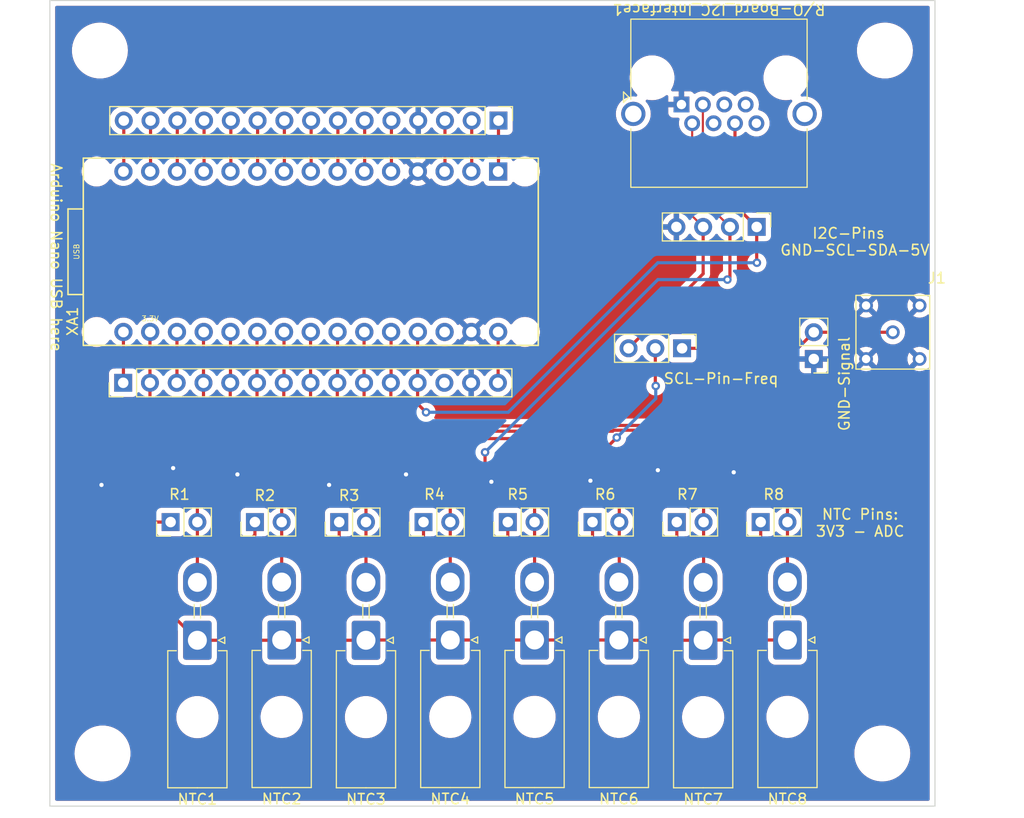
<source format=kicad_pcb>
(kicad_pcb (version 20211014) (generator pcbnew)
  (layers (0 "F.Cu" signal) (31 "B.Cu" signal) (34 "B.Paste" user) (35 "F.Paste" user) (36 "B.SilkS" user "B.Silkscreen") (37 "F.SilkS" user "F.Silkscreen") (38 "B.Mask" user) (39 "F.Mask" user) (44 "Edge.Cuts" user))
  (net 0 "")
  (net 1 "D13")
  (net 2 "3V3_Ard")
  (net 3 "AREF")
  (net 4 "A0")
  (net 5 "A1")
  (net 6 "A2")
  (net 7 "A3")
  (net 8 "A5")
  (net 9 "A6")
  (net 10 "A7")
  (net 11 "5V_Ard")
  (net 12 "GND")
  (net 13 "Vin_Ard")
  (net 14 "TX1")
  (net 15 "RX0")
  (net 16 "RST1")
  (net 17 "D2")
  (net 18 "D3")
  (net 19 "D4")
  (net 20 "D5")
  (net 21 "D6")
  (net 22 "D7")
  (net 23 "D8")
  (net 24 "D9")
  (net 25 "D10")
  (net 26 "D11")
  (net 27 "D12")
  (net 28 "SCL")
  (net 29 "A4")
  (net 30 "Freq")
  (footprint "Connector_RJ:RJ45_Amphenol_RJHSE5380" (layer "F.Cu") (at 149.94 50.875)
    (fp_text reference "R/O-Board_I2C_Interface1" (at 3.56 -9.025 180 unlocked) (layer "F.SilkS"))
    (fp_text value "RJ45")
    (pad "" np_thru_hole circle (at -2.79 -2.54) (size 3.25 3.25) (drill 3.25) (layers *.Cu *.Mask))
    (pad "" np_thru_hole circle (at 9.91 -2.54) (size 3.25 3.25) (drill 3.25) (layers *.Cu *.Mask))
    (pad "1" thru_hole rect (at 0 0) (size 1.5 1.5) (drill 0.89) (layers *.Cu *.Mask) (net 12 "GND"))
    (pad "2" thru_hole circle (at 1.016 1.78) (size 1.5 1.5) (drill 0.89) (layers *.Cu *.Mask) (net 28 "SCL"))
    (pad "3" thru_hole circle (at 2.032 0) (size 1.5 1.5) (drill 0.89) (layers *.Cu *.Mask) (net 29 "A4"))
    (pad "4" thru_hole circle (at 3.048 1.78) (size 1.5 1.5) (drill 0.89) (layers *.Cu *.Mask))
    (pad "5" thru_hole circle (at 4.064 0) (size 1.5 1.5) (drill 0.89) (layers *.Cu *.Mask))
    (pad "6" thru_hole circle (at 5.08 1.78) (size 1.5 1.5) (drill 0.89) (layers *.Cu *.Mask) (net 11 "5V_Ard"))
    (pad "7" thru_hole circle (at 6.096 0) (size 1.5 1.5) (drill 0.89) (layers *.Cu *.Mask))
    (pad "8" thru_hole circle (at 7.112 1.78) (size 1.5 1.5) (drill 0.89) (layers *.Cu *.Mask))
    (pad "SH" thru_hole circle (at 11.69 0.89) (size 2.3 2.3) (drill 1.57) (layers *.Cu *.Mask))
    (pad "SH" thru_hole circle (at -4.57 0.89) (size 2.3 2.3) (drill 1.57) (layers *.Cu *.Mask))
  )
  (footprint "MountingHole:MountingHole_4.3mm_M4" (layer "F.Cu") (at 95 112.5)
    (fp_text reference "REF**" hide)
    (fp_text value "MountingHole_4.3mm_M4")
    (pad "" np_thru_hole circle (at 0 0) (size 4.3 4.3) (drill 4.3) (layers *.Cu *.Mask))
  )
  (footprint "Resistor_SMD:R_0201_0603Metric" (layer "F.Cu") (at 127.655 86.525 180)
    (fp_text reference "R4" (at 1.155 -1.375) (layer "F.SilkS"))
    (fp_text value "10k")
    (pad "1" smd roundrect (at -0.32 0 180) (size 0.46 0.4) (layers "F.Cu" "F.Mask") (net 7 "A3"))
    (pad "2" smd roundrect (at 0.32 0 180) (size 0.46 0.4) (layers "F.Cu" "F.Mask") (net 12 "GND"))
  )
  (footprint "Connector_PinHeader_2.54mm:PinHeader_1x02_P2.54mm_Vertical" (layer "F.Cu") (at 149.5 90.525 90)
    (fp_text reference "NTC6-Pin1" hide)
    (fp_text value "Pin-Header 01x02")
    (pad "1" thru_hole rect (at 0 0 90) (size 1.7 1.7) (drill 1) (layers *.Cu *.Mask) (net 2 "3V3_Ard"))
    (pad "2" thru_hole oval (at 0 2.54 90) (size 1.7 1.7) (drill 1) (layers *.Cu *.Mask) (net 9 "A6"))
  )
  (footprint "Connector_PinHeader_2.54mm:PinHeader_1x03_P2.54mm_Vertical" (layer "F.Cu") (at 150 74.025 -90)
    (fp_text reference "SCL-Pin-Freq" (at 2.875 -3.7 180) (layer "F.SilkS"))
    (fp_text value "Conn_01x03_Male")
    (pad "1" thru_hole rect (at 0 0 270) (size 1.7 1.7) (drill 1) (layers *.Cu *.Mask) (net 30 "Freq"))
    (pad "2" thru_hole oval (at 0 2.54 270) (size 1.7 1.7) (drill 1) (layers *.Cu *.Mask) (net 8 "A5"))
    (pad "3" thru_hole oval (at 0 5.08 270) (size 1.7 1.7) (drill 1) (layers *.Cu *.Mask) (net 28 "SCL"))
  )
  (footprint "Resistor_SMD:R_0201_0603Metric" (layer "F.Cu") (at 119.655 86.525 180)
    (fp_text reference "R3" (at 1.255 -1.475) (layer "F.SilkS"))
    (fp_text value "10k")
    (pad "1" smd roundrect (at -0.32 0 180) (size 0.46 0.4) (layers "F.Cu" "F.Mask") (net 6 "A2"))
    (pad "2" smd roundrect (at 0.32 0 180) (size 0.46 0.4) (layers "F.Cu" "F.Mask") (net 12 "GND"))
  )
  (footprint "Connector_PinHeader_2.54mm:PinHeader_1x04_P2.54mm_Vertical" (layer "F.Cu") (at 157.08 62.5 -90)
    (fp_text reference "I2C-Pins" (at 0.6 -8.72 180) (layer "F.SilkS"))
    (fp_text value "Conn_01x04_Male")
    (pad "1" thru_hole rect (at 0 0 270) (size 1.7 1.7) (drill 1) (layers *.Cu *.Mask) (net 11 "5V_Ard"))
    (pad "2" thru_hole oval (at 0 2.54 270) (size 1.7 1.7) (drill 1) (layers *.Cu *.Mask) (net 29 "A4"))
    (pad "3" thru_hole oval (at 0 5.08 270) (size 1.7 1.7) (drill 1) (layers *.Cu *.Mask) (net 28 "SCL"))
    (pad "4" thru_hole oval (at 0 7.62 270) (size 1.7 1.7) (drill 1) (layers *.Cu *.Mask) (net 12 "GND"))
  )
  (footprint "Connector_PinHeader_2.54mm:PinHeader_1x02_P2.54mm_Vertical" (layer "F.Cu") (at 162.5 75.04 180)
    (fp_text reference "GND-Signal" (at -2.9 -2.36 270) (layer "F.SilkS"))
    (fp_text value "Conn_01x02")
    (pad "1" thru_hole rect (at 0 0 180) (size 1.7 1.7) (drill 1) (layers *.Cu *.Mask) (net 12 "GND"))
    (pad "2" thru_hole oval (at 0 2.54 180) (size 1.7 1.7) (drill 1) (layers *.Cu *.Mask) (net 30 "Freq"))
  )
  (footprint "Connector_PinHeader_2.54mm:PinHeader_1x15_P2.54mm_Vertical" (layer "F.Cu") (at 132.575 52.4 -90)
    (fp_text reference "Topside Pins Arduino" hide)
    (fp_text value "Conn_01x15_Male")
    (pad "1" thru_hole rect (at 0 0 270) (size 1.7 1.7) (drill 1) (layers *.Cu *.Mask) (net 15 "RX0"))
    (pad "2" thru_hole oval (at 0 2.54 270) (size 1.7 1.7) (drill 1) (layers *.Cu *.Mask) (net 14 "TX1"))
    (pad "3" thru_hole oval (at 0 5.08 270) (size 1.7 1.7) (drill 1) (layers *.Cu *.Mask) (net 16 "RST1"))
    (pad "4" thru_hole oval (at 0 7.62 270) (size 1.7 1.7) (drill 1) (layers *.Cu *.Mask) (net 12 "GND"))
    (pad "5" thru_hole oval (at 0 10.16 270) (size 1.7 1.7) (drill 1) (layers *.Cu *.Mask) (net 17 "D2"))
    (pad "6" thru_hole oval (at 0 12.7 270) (size 1.7 1.7) (drill 1) (layers *.Cu *.Mask) (net 18 "D3"))
    (pad "7" thru_hole oval (at 0 15.24 270) (size 1.7 1.7) (drill 1) (layers *.Cu *.Mask) (net 19 "D4"))
    (pad "8" thru_hole oval (at 0 17.78 270) (size 1.7 1.7) (drill 1) (layers *.Cu *.Mask) (net 20 "D5"))
    (pad "9" thru_hole oval (at 0 20.32 270) (size 1.7 1.7) (drill 1) (layers *.Cu *.Mask) (net 21 "D6"))
    (pad "10" thru_hole oval (at 0 22.86 270) (size 1.7 1.7) (drill 1) (layers *.Cu *.Mask) (net 22 "D7"))
    (pad "11" thru_hole oval (at 0 25.4 270) (size 1.7 1.7) (drill 1) (layers *.Cu *.Mask) (net 23 "D8"))
    (pad "12" thru_hole oval (at 0 27.94 270) (size 1.7 1.7) (drill 1) (layers *.Cu *.Mask) (net 24 "D9"))
    (pad "13" thru_hole oval (at 0 30.48 270) (size 1.7 1.7) (drill 1) (layers *.Cu *.Mask) (net 25 "D10"))
    (pad "14" thru_hole oval (at 0 33.02 270) (size 1.7 1.7) (drill 1) (layers *.Cu *.Mask) (net 26 "D11"))
    (pad "15" thru_hole oval (at 0 35.56 270) (size 1.7 1.7) (drill 1) (layers *.Cu *.Mask) (net 27 "D12"))
  )
  (footprint "Resistor_SMD:R_0201_0603Metric" (layer "F.Cu") (at 151.7 86.525 180)
    (fp_text reference "R7" (at 1.2 -1.375) (layer "F.SilkS"))
    (fp_text value "10k")
    (pad "1" smd roundrect (at -0.32 0 180) (size 0.46 0.4) (layers "F.Cu" "F.Mask") (net 9 "A6"))
    (pad "2" smd roundrect (at 0.32 0 180) (size 0.46 0.4) (layers "F.Cu" "F.Mask") (net 12 "GND"))
  )
  (footprint "Resistor_SMD:R_0201_0603Metric" (layer "F.Cu") (at 103.68 86.525 180)
    (fp_text reference "R1" (at 1.38 -1.375) (layer "F.SilkS"))
    (fp_text value "10k")
    (pad "1" smd roundrect (at -0.32 0 180) (size 0.46 0.4) (layers "F.Cu" "F.Mask") (net 4 "A0"))
    (pad "2" smd roundrect (at 0.32 0 180) (size 0.46 0.4) (layers "F.Cu" "F.Mask") (net 12 "GND"))
  )
  (footprint "Connector_Molex:Molex_Mini-Fit_Jr_5569-02A2_2x01_P4.20mm_Horizontal" (layer "F.Cu") (at 144 101.725 180)
    (fp_text reference "NTC6" (at 0 -15.1) (layer "F.SilkS"))
    (fp_text value "Molex01x02")
    (pad "" np_thru_hole circle (at 0 -7.3 180) (size 3 3) (drill 3) (layers *.Cu *.Mask))
    (pad "1" thru_hole roundrect (at 0 0 180) (size 2.7 3.7) (drill 1.8) (layers *.Cu *.Mask) (roundrect_rratio 0.092593) (net 2 "3V3_Ard"))
    (pad "2" thru_hole oval (at 0 5.5 180) (size 2.7 3.7) (drill 1.8) (layers *.Cu *.Mask) (net 8 "A5"))
  )
  (footprint "Resistor_SMD:R_0201_0603Metric" (layer "F.Cu") (at 135.655 86.525 180)
    (fp_text reference "R5" (at 1.255 -1.375) (layer "F.SilkS"))
    (fp_text value "10k")
    (pad "1" smd roundrect (at -0.32 0 180) (size 0.46 0.4) (layers "F.Cu" "F.Mask") (net 29 "A4"))
    (pad "2" smd roundrect (at 0.32 0 180) (size 0.46 0.4) (layers "F.Cu" "F.Mask") (net 12 "GND"))
  )
  (footprint "OwnFootprints:EPL.00.250.NTN" (layer "F.Cu") (at 170 72.5)
    (fp_text reference "J1" (at 4.180225 -5.141435) (layer "F.SilkS") (effects (font (size 1.001252 1.001252))))
    (fp_text value "LEMO2")
    (pad "1" thru_hole circle locked (at 0 0) (size 1.3 1.3) (drill 0.8) (layers *.Cu *.Mask) (net 30 "Freq"))
    (pad "S1" thru_hole circle locked (at -2.54 -2.54) (size 1.3 1.3) (drill 0.8) (layers *.Cu *.Mask) (net 12 "GND"))
    (pad "S2" thru_hole circle locked (at -2.54 2.54) (size 1.3 1.3) (drill 0.8) (layers *.Cu *.Mask) (net 12 "GND"))
    (pad "S3" thru_hole circle locked (at 2.54 2.54) (size 1.3 1.3) (drill 0.8) (layers *.Cu *.Mask) (net 12 "GND"))
    (pad "S4" thru_hole circle locked (at 2.54 -2.54) (size 1.3 1.3) (drill 0.8) (layers *.Cu *.Mask) (net 12 "GND"))
  )
  (footprint "Connector_PinHeader_2.54mm:PinHeader_1x02_P2.54mm_Vertical" (layer "F.Cu") (at 157.46 90.525 90)
    (fp_text reference "NTC7-Pin1" hide)
    (fp_text value "Pin-Header 01x02")
    (pad "1" thru_hole rect (at 0 0 90) (size 1.7 1.7) (drill 1) (layers *.Cu *.Mask) (net 2 "3V3_Ard"))
    (pad "2" thru_hole oval (at 0 2.54 90) (size 1.7 1.7) (drill 1) (layers *.Cu *.Mask) (net 10 "A7"))
  )
  (footprint "Shields:Arduino_Nano_Socket" (layer "F.Cu") (at 93.172 64.856 -90)
    (fp_text reference "XA1" (at 6.604 1.016 90) (layer "F.SilkS"))
    (fp_text value "Arduino_Nano_Socket")
    (fp_text user "3.3V" (at 6.35 -6.35) (layer "F.SilkS") (effects (font (size 0.5 0.5) (thickness 0.075))))
    (fp_text user "USB" (at 0 0.635 90) (layer "F.SilkS") (effects (font (size 0.5 0.5) (thickness 0.075))))
    (pad "" np_thru_hole circle locked (at -7.62 -1.27 270) (size 1.85 1.85) (drill 1.85) (layers *.Cu *.Mask))
    (pad "" np_thru_hole circle locked (at -7.62 -41.91 270) (size 1.85 1.85) (drill 1.85) (layers *.Cu *.Mask))
    (pad "" np_thru_hole circle locked (at 7.62 -41.91 270) (size 1.85 1.85) (drill 1.85) (layers *.Cu *.Mask))
    (pad "" np_thru_hole circle locked (at 7.62 -1.27 270) (size 1.85 1.85) (drill 1.85) (layers *.Cu *.Mask))
    (pad "3V3" thru_hole circle locked (at 7.62 -6.35 270) (size 1.7272 1.7272) (drill 1.016) (layers *.Cu *.Mask) (net 2 "3V3_Ard"))
    (pad "5V" thru_hole circle locked (at 7.62 -31.75 270) (size 1.7272 1.7272) (drill 1.016) (layers *.Cu *.Mask) (net 11 "5V_Ard"))
    (pad "A0" thru_hole circle locked (at 7.62 -11.43 270) (size 1.7272 1.7272) (drill 1.016) (layers *.Cu *.Mask) (net 4 "A0"))
    (pad "A1" thru_hole circle locked (at 7.62 -13.97 270) (size 1.7272 1.7272) (drill 1.016) (layers *.Cu *.Mask) (net 5 "A1"))
    (pad "A2" thru_hole circle locked (at 7.62 -16.51 270) (size 1.7272 1.7272) (drill 1.016) (layers *.Cu *.Mask) (net 6 "A2"))
    (pad "A3" thru_hole circle locked (at 7.62 -19.05 270) (size 1.7272 1.7272) (drill 1.016) (layers *.Cu *.Mask) (net 7 "A3"))
    (pad "A4" thru_hole circle locked (at 7.62 -21.59 270) (size 1.7272 1.7272) (drill 1.016) (layers *.Cu *.Mask) (net 29 "A4"))
    (pad "A5" thru_hole circle locked (at 7.62 -24.13 270) (size 1.7272 1.7272) (drill 1.016) (layers *.Cu *.Mask) (net 8 "A5"))
    (pad "A6" thru_hole circle locked (at 7.62 -26.67 270) (size 1.7272 1.7272) (drill 1.016) (layers *.Cu *.Mask) (net 9 "A6"))
    (pad "A7" thru_hole circle locked (at 7.62 -29.21 270) (size 1.7272 1.7272) (drill 1.016) (layers *.Cu *.Mask) (net 10 "A7"))
    (pad "AREF" thru_hole circle locked (at 7.62 -8.89 270) (size 1.7272 1.7272) (drill 1.016) (layers *.Cu *.Mask) (net 3 "AREF"))
    (pad "D0" thru_hole circle locked (at -7.62 -36.83 270) (size 1.7272 1.7272) (drill 1.016) (layers *.Cu *.Mask) (net 14 "TX1"))
    (pad "D1" thru_hole rect locked (at -7.62 -39.37 270) (size 1.7272 1.7272) (drill 1.016) (layers *.Cu *.Mask) (net 15 "RX0"))
    (pad "D2" thru_hole circle locked (at -7.62 -29.21 270) (size 1.7272 1.7272) (drill 1.016) (layers *.Cu *.Mask) (net 17 "D2"))
    (pad "D3" thru_hole circle locked (at -7.62 -26.67 270) (size 1.7272 1.7272) (drill 1.016) (layers *.Cu *.Mask) (net 18 "D3"))
    (pad "D4" thru_hole circle locked (at -7.62 -24.13 270) (size 1.7272 1.7272) (drill 1.016) (layers *.Cu *.Mask) (net 19 "D4"))
    (pad "D5" thru_hole circle locked (at -7.62 -21.59 270) (size 1.7272 1.7272) (drill 1.016) (layers *.Cu *.Mask) (net 20 "D5"))
    (pad "D6" thru_hole circle locked (at -7.62 -19.05 270) (size 1.7272 1.7272) (drill 1.016) (layers *.Cu *.Mask) (net 21 "D6"))
    (pad "D7" thru_hole circle locked (at -7.62 -16.51 270) (size 1.7272 1.7272) (drill 1.016) (layers *.Cu *.Mask) (net 22 "D7"))
    (pad "D8" thru_hole circle locked (at -7.62 -13.97 270) (size 1.7272 1.7272) (drill 1.016) (layers *.Cu *.Mask) (net 23 "D8"))
    (pad "D9" thru_hole circle locked (at -7.62 -11.43 270) (size 1.7272 1.7272) (drill 1.016) (layers *.Cu *.Mask) (net 24 "D9"))
    (pad "D10" thru_hole circle locked (at -7.62 -8.89 270) (size 1.7272 1.7272) (drill 1.016) (layers *.Cu *.Mask) (net 25 "D10"))
    (pad "D11" thru_hole circle locked (at -7.62 -6.35 270) (size 1.7272 1.7272) (drill 1.016) (layers *.Cu *.Mask) (net 26 "D11"))
    (pad "D12" thru_hole circle locked (at -7.62 -3.81 270) (size 1.7272 1.7272) (drill 1.016) (layers *.Cu *.Mask) (net 27 "D12"))
    (pad "D13" thru_hole circle locked (at 7.62 -3.81 270) (size 1.7272 1.7272) (drill 1.016) (layers *.Cu *.Mask) (net 1 "D13"))
    (pad "GND1" thru_hole circle locked (at -7.62 -31.75 270) (size 1.7272 1.7272) (drill 1.016) (layers *.Cu *.Mask) (net 12 "GND"))
    (pad "GND2" thru_hole circle locked (at 7.62 -36.83 270) (size 1.7272 1.7272) (drill 1.016) (layers *.Cu *.Mask) (net 12 "GND"))
    (pad "RST1" thru_hole circle locked (at -7.62 -34.29 270) (size 1.7272 1.7272) (drill 1.016) (layers *.Cu *.Mask) (net 16 "RST1"))
    (pad "RST2" thru_hole circle locked (at 7.62 -34.29 270) (size 1.7272 1.7272) (drill 1.016) (layers *.Cu *.Mask))
    (pad "VIN" thru_hole circle locked (at 7.62 -39.37 270) (size 1.7272 1.7272) (drill 1.016) (layers *.Cu *.Mask) (net 13 "Vin_Ard"))
  )
  (footprint "Connector_Molex:Molex_Mini-Fit_Jr_5569-02A2_2x01_P4.20mm_Horizontal" (layer "F.Cu") (at 104 101.75 180)
    (fp_text reference "NTC1" (at 0 -15.1) (layer "F.SilkS"))
    (fp_text value "Molex01x02")
    (pad "" np_thru_hole circle (at 0 -7.3 180) (size 3 3) (drill 3) (layers *.Cu *.Mask))
    (pad "1" thru_hole roundrect (at 0 0 180) (size 2.7 3.7) (drill 1.8) (layers *.Cu *.Mask) (roundrect_rratio 0.092593) (net 2 "3V3_Ard"))
    (pad "2" thru_hole oval (at 0 5.5 180) (size 2.7 3.7) (drill 1.8) (layers *.Cu *.Mask) (net 4 "A0"))
  )
  (footprint "MountingHole:MountingHole_4.3mm_M4" (layer "F.Cu") (at 94.75 45.75)
    (fp_text reference "REF**" hide)
    (fp_text value "MountingHole_4.3mm_M4")
    (pad "" np_thru_hole circle (at 0 0) (size 4.3 4.3) (drill 4.3) (layers *.Cu *.Mask))
  )
  (footprint "Connector_PinHeader_2.54mm:PinHeader_1x02_P2.54mm_Vertical" (layer "F.Cu") (at 125.46 90.525 90)
    (fp_text reference "NTC3-Pin1" hide)
    (fp_text value "Pin-Header 01x02")
    (pad "1" thru_hole rect (at 0 0 90) (size 1.7 1.7) (drill 1) (layers *.Cu *.Mask) (net 2 "3V3_Ard"))
    (pad "2" thru_hole oval (at 0 2.54 90) (size 1.7 1.7) (drill 1) (layers *.Cu *.Mask) (net 7 "A3"))
  )
  (footprint "Connector_Molex:Molex_Mini-Fit_Jr_5569-02A2_2x01_P4.20mm_Horizontal" (layer "F.Cu") (at 152 101.75 180)
    (fp_text reference "NTC7" (at 0 -15.1) (layer "F.SilkS"))
    (fp_text value "Molex01x02")
    (pad "" np_thru_hole circle (at 0 -7.3 180) (size 3 3) (drill 3) (layers *.Cu *.Mask))
    (pad "1" thru_hole roundrect (at 0 0 180) (size 2.7 3.7) (drill 1.8) (layers *.Cu *.Mask) (roundrect_rratio 0.092593) (net 2 "3V3_Ard"))
    (pad "2" thru_hole oval (at 0 5.5 180) (size 2.7 3.7) (drill 1.8) (layers *.Cu *.Mask) (net 9 "A6"))
  )
  (footprint "MountingHole:MountingHole_4.3mm_M4" (layer "F.Cu") (at 169.25 45.75)
    (fp_text reference "REF**" hide)
    (fp_text value "MountingHole_4.3mm_M4")
    (pad "" np_thru_hole circle (at 0 0) (size 4.3 4.3) (drill 4.3) (layers *.Cu *.Mask))
  )
  (footprint "MountingHole:MountingHole_4.3mm_M4" (layer "F.Cu") (at 169 112.5)
    (fp_text reference "REF**" hide)
    (fp_text value "MountingHole_4.3mm_M4")
    (pad "" np_thru_hole circle (at 0 0) (size 4.3 4.3) (drill 4.3) (layers *.Cu *.Mask))
  )
  (footprint "Resistor_SMD:R_0201_0603Metric" (layer "F.Cu") (at 111.68 86.525 180)
    (fp_text reference "R2" (at 1.28 -1.475) (layer "F.SilkS"))
    (fp_text value "10k")
    (pad "1" smd roundrect (at -0.32 0 180) (size 0.46 0.4) (layers "F.Cu" "F.Mask") (net 5 "A1"))
    (pad "2" smd roundrect (at 0.32 0 180) (size 0.46 0.4) (layers "F.Cu" "F.Mask") (net 12 "GND"))
  )
  (footprint "Connector_Molex:Molex_Mini-Fit_Jr_5569-02A2_2x01_P4.20mm_Horizontal" (layer "F.Cu") (at 136 101.725 180)
    (fp_text reference "NTC5" (at 0 -15.1) (layer "F.SilkS"))
    (fp_text value "Molex01x02")
    (pad "" np_thru_hole circle (at 0 -7.3 180) (size 3 3) (drill 3) (layers *.Cu *.Mask))
    (pad "1" thru_hole roundrect (at 0 0 180) (size 2.7 3.7) (drill 1.8) (layers *.Cu *.Mask) (roundrect_rratio 0.092593) (net 2 "3V3_Ard"))
    (pad "2" thru_hole oval (at 0 5.5 180) (size 2.7 3.7) (drill 1.8) (layers *.Cu *.Mask) (net 29 "A4"))
  )
  (footprint "Connector_Molex:Molex_Mini-Fit_Jr_5569-02A2_2x01_P4.20mm_Horizontal" (layer "F.Cu") (at 120 101.75 180)
    (fp_text reference "NTC3" (at 0 -15.1) (layer "F.SilkS"))
    (fp_text value "Molex01x02")
    (pad "" np_thru_hole circle (at 0 -7.3 180) (size 3 3) (drill 3) (layers *.Cu *.Mask))
    (pad "1" thru_hole roundrect (at 0 0 180) (size 2.7 3.7) (drill 1.8) (layers *.Cu *.Mask) (roundrect_rratio 0.092593) (net 2 "3V3_Ard"))
    (pad "2" thru_hole oval (at 0 5.5 180) (size 2.7 3.7) (drill 1.8) (layers *.Cu *.Mask) (net 6 "A2"))
  )
  (footprint "Connector_Molex:Molex_Mini-Fit_Jr_5569-02A2_2x01_P4.20mm_Horizontal" (layer "F.Cu") (at 128 101.725 180)
    (fp_text reference "NTC4" (at 0 -15.1) (layer "F.SilkS"))
    (fp_text value "Molex01x02")
    (pad "" np_thru_hole circle (at 0 -7.3 180) (size 3 3) (drill 3) (layers *.Cu *.Mask))
    (pad "1" thru_hole roundrect (at 0 0 180) (size 2.7 3.7) (drill 1.8) (layers *.Cu *.Mask) (roundrect_rratio 0.092593) (net 2 "3V3_Ard"))
    (pad "2" thru_hole oval (at 0 5.5 180) (size 2.7 3.7) (drill 1.8) (layers *.Cu *.Mask) (net 7 "A3"))
  )
  (footprint "Connector_Molex:Molex_Mini-Fit_Jr_5569-02A2_2x01_P4.20mm_Horizontal" (layer "F.Cu") (at 160 101.725 180)
    (fp_text reference "NTC8" (at 0 -15.1) (layer "F.SilkS"))
    (fp_text value "Molex01x02")
    (pad "" np_thru_hole circle (at 0 -7.3 180) (size 3 3) (drill 3) (layers *.Cu *.Mask))
    (pad "1" thru_hole roundrect (at 0 0 180) (size 2.7 3.7) (drill 1.8) (layers *.Cu *.Mask) (roundrect_rratio 0.092593) (net 2 "3V3_Ard"))
    (pad "2" thru_hole oval (at 0 5.5 180) (size 2.7 3.7) (drill 1.8) (layers *.Cu *.Mask) (net 10 "A7"))
  )
  (footprint "Connector_Molex:Molex_Mini-Fit_Jr_5569-02A2_2x01_P4.20mm_Horizontal" (layer "F.Cu") (at 112 101.725 180)
    (fp_text reference "NTC2" (at 0 -15.1) (layer "F.SilkS"))
    (fp_text value "Molex01x02")
    (pad "" np_thru_hole circle (at 0 -7.3 180) (size 3 3) (drill 3) (layers *.Cu *.Mask))
    (pad "1" thru_hole roundrect (at 0 0 180) (size 2.7 3.7) (drill 1.8) (layers *.Cu *.Mask) (roundrect_rratio 0.092593) (net 2 "3V3_Ard"))
    (pad "2" thru_hole oval (at 0 5.5 180) (size 2.7 3.7) (drill 1.8) (layers *.Cu *.Mask) (net 5 "A1"))
  )
  (footprint "Resistor_SMD:R_0201_0603Metric" (layer "F.Cu") (at 143.755 86.525 180)
    (fp_text reference "R6" (at 1.055 -1.375) (layer "F.SilkS"))
    (fp_text value "10k")
    (pad "1" smd roundrect (at -0.32 0 180) (size 0.46 0.4) (layers "F.Cu" "F.Mask") (net 8 "A5"))
    (pad "2" smd roundrect (at 0.32 0 180) (size 0.46 0.4) (layers "F.Cu" "F.Mask") (net 12 "GND"))
  )
  (footprint "Connector_PinHeader_2.54mm:PinHeader_1x02_P2.54mm_Vertical" (layer "F.Cu") (at 141.5 90.525 90)
    (fp_text reference "NTC5-Pin1" hide)
    (fp_text value "Pin-Header 01x02")
    (pad "1" thru_hole rect (at 0 0 90) (size 1.7 1.7) (drill 1) (layers *.Cu *.Mask) (net 2 "3V3_Ard"))
    (pad "2" thru_hole oval (at 0 2.54 90) (size 1.7 1.7) (drill 1) (layers *.Cu *.Mask) (net 8 "A5"))
  )
  (footprint "Connector_PinHeader_2.54mm:PinHeader_1x02_P2.54mm_Vertical" (layer "F.Cu") (at 101.46 90.525 90)
    (fp_text reference "NTC0-Pin1" hide)
    (fp_text value "Pin-Header 01x02")
    (pad "1" thru_hole rect (at 0 0 90) (size 1.7 1.7) (drill 1) (layers *.Cu *.Mask) (net 2 "3V3_Ard"))
    (pad "2" thru_hole oval (at 0 2.54 90) (size 1.7 1.7) (drill 1) (layers *.Cu *.Mask) (net 4 "A0"))
  )
  (footprint "Resistor_SMD:R_0201_0603Metric" (layer "F.Cu") (at 159.655 86.525 180)
    (fp_text reference "R8" (at 0.955 -1.375) (layer "F.SilkS"))
    (fp_text value "10k")
    (pad "1" smd roundrect (at -0.32 0 180) (size 0.46 0.4) (layers "F.Cu" "F.Mask") (net 10 "A7"))
    (pad "2" smd roundrect (at 0.32 0 180) (size 0.46 0.4) (layers "F.Cu" "F.Mask") (net 12 "GND"))
  )
  (footprint "Connector_PinHeader_2.54mm:PinHeader_1x02_P2.54mm_Vertical" (layer "F.Cu") (at 133.46 90.525 90)
    (fp_text reference "NTC4-Pin1" hide)
    (fp_text value "Pin-Header 01x02")
    (pad "1" thru_hole rect (at 0 0 90) (size 1.7 1.7) (drill 1) (layers *.Cu *.Mask) (net 2 "3V3_Ard"))
    (pad "2" thru_hole oval (at 0 2.54 90) (size 1.7 1.7) (drill 1) (layers *.Cu *.Mask) (net 29 "A4"))
  )
  (footprint "Connector_PinHeader_2.54mm:PinHeader_1x02_P2.54mm_Vertical" (layer "F.Cu") (at 109.46 90.525 90)
    (fp_text reference "NTC1-Pin1" hide)
    (fp_text value "Pin-Header 01x02")
    (pad "1" thru_hole rect (at 0 0 90) (size 1.7 1.7) (drill 1) (layers *.Cu *.Mask) (net 2 "3V3_Ard"))
    (pad "2" thru_hole oval (at 0 2.54 90) (size 1.7 1.7) (drill 1) (layers *.Cu *.Mask) (net 5 "A1"))
  )
  (footprint "Connector_PinHeader_2.54mm:PinHeader_1x15_P2.54mm_Vertical" (layer "F.Cu") (at 96.96 77.3 90)
    (fp_text reference "BottomsidePins Arduino" hide)
    (fp_text value "01x15_Male")
    (pad "1" thru_hole rect (at 0 0 90) (size 1.7 1.7) (drill 1) (layers *.Cu *.Mask) (net 1 "D13"))
    (pad "2" thru_hole oval (at 0 2.54 90) (size 1.7 1.7) (drill 1) (layers *.Cu *.Mask) (net 2 "3V3_Ard"))
    (pad "3" thru_hole oval (at 0 5.08 90) (size 1.7 1.7) (drill 1) (layers *.Cu *.Mask) (net 3 "AREF"))
    (pad "4" thru_hole oval (at 0 7.62 90) (size 1.7 1.7) (drill 1) (layers *.Cu *.Mask) (net 4 "A0"))
    (pad "5" thru_hole oval (at 0 10.16 90) (size 1.7 1.7) (drill 1) (layers *.Cu *.Mask) (net 5 "A1"))
    (pad "6" thru_hole oval (at 0 12.7 90) (size 1.7 1.7) (drill 1) (layers *.Cu *.Mask) (net 6 "A2"))
    (pad "7" thru_hole oval (at 0 15.24 90) (size 1.7 1.7) (drill 1) (layers *.Cu *.Mask) (net 7 "A3"))
    (pad "8" thru_hole oval (at 0 17.78 90) (size 1.7 1.7) (drill 1) (layers *.Cu *.Mask) (net 29 "A4"))
    (pad "9" thru_hole oval (at 0 20.32 90) (size 1.7 1.7) (drill 1) (layers *.Cu *.Mask) (net 8 "A5"))
    (pad "10" thru_hole oval (at 0 22.86 90) (size 1.7 1.7) (drill 1) (layers *.Cu *.Mask) (net 9 "A6"))
    (pad "11" thru_hole oval (at 0 25.4 90) (size 1.7 1.7) (drill 1) (layers *.Cu *.Mask) (net 10 "A7"))
    (pad "12" thru_hole oval (at 0 27.94 90) (size 1.7 1.7) (drill 1) (layers *.Cu *.Mask) (net 11 "5V_Ard"))
    (pad "13" thru_hole oval (at 0 30.48 90) (size 1.7 1.7) (drill 1) (layers *.Cu *.Mask))
    (pad "14" thru_hole oval (at 0 33.02 90) (size 1.7 1.7) (drill 1) (layers *.Cu *.Mask) (net 12 "GND"))
    (pad "15" thru_hole oval (at 0 35.56 90) (size 1.7 1.7) (drill 1) (layers *.Cu *.Mask) (net 13 "Vin_Ard"))
  )
  (footprint "Connector_PinHeader_2.54mm:PinHeader_1x02_P2.54mm_Vertical" (layer "F.Cu") (at 117.46 90.525 90)
    (fp_text reference "NTC2-Pin1" hide)
    (fp_text value "Pin-Header 01x02")
    (pad "1" thru_hole rect (at 0 0 90) (size 1.7 1.7) (drill 1) (layers *.Cu *.Mask) (net 2 "3V3_Ard"))
    (pad "2" thru_hole oval (at 0 2.54 90) (size 1.7 1.7) (drill 1) (layers *.Cu *.Mask) (net 6 "A2"))
  )
  (gr_line (start 90 117.5) (end 90 41) (layer "Edge.Cuts") (width 0.1))
  (gr_line (start 174 117.5) (end 90 117.5) (layer "Edge.Cuts") (width 0.1))
  (gr_line (start 90 41) (end 174 41) (layer "Edge.Cuts") (width 0.1))
  (gr_line (start 174 41) (end 174 117.5) (layer "Edge.Cuts") (width 0.1))
  (gr_text "GND-SCL-SDA-5V" (at 166.4 64.7) (layer "F.SilkS") (effects (font (size 1 1))))
  (gr_text "NTC Pins:\n3V3 - ADC" (at 166.9 90.6) (layer "F.SilkS") (effects (font (size 1 1))))
  (gr_text "Arduino Nano USB here" (at 90.6 65.4 270) (layer "F.SilkS") (effects (font (size 1 1))))
  (segment (start 96.982 72.476) (end 96.982 77.278) (width 0.3) (layer "F.Cu") (net 1))
  (segment (start 96.982 77.278) (end 96.96 77.3) (width 0.3) (layer "F.Cu") (net 1))
  (segment (start 141.5 92.1) (end 141.5 90.525) (width 0.3) (layer "F.Cu") (net 2))
  (segment (start 107.95 101.75) (end 104 101.75) (width 0.3) (layer "F.Cu") (net 2))
  (segment (start 117.46 91.94) (end 117.46 90.525) (width 0.3) (layer "F.Cu") (net 2))
  (segment (start 147.95 93.85) (end 149.5 92.3) (width 0.3) (layer "F.Cu") (net 2))
  (segment (start 98.4 91) (end 98.4 96.15) (width 0.3) (layer "F.Cu") (net 2))
  (segment (start 140.025 101.725) (end 140.025 93.575) (width 0.3) (layer "F.Cu") (net 2))
  (segment (start 140.025 93.575) (end 141.5 92.1) (width 0.3) (layer "F.Cu") (net 2))
  (segment (start 124.075 101.725) (end 120.025 101.725) (width 0.3) (layer "F.Cu") (net 2))
  (segment (start 132.075 101.725) (end 128 101.725) (width 0.3) (layer "F.Cu") (net 2))
  (segment (start 115.95 101.75) (end 107.95 101.75) (width 0.3) (layer "F.Cu") (net 2))
  (segment (start 128 101.725) (end 124.075 101.725) (width 0.3) (layer "F.Cu") (net 2))
  (segment (start 115.95 93.45) (end 117.46 91.94) (width 0.3) (layer "F.Cu") (net 2))
  (segment (start 120 101.75) (end 115.95 101.75) (width 0.3) (layer "F.Cu") (net 2))
  (segment (start 133.46 92.14) (end 133.46 90.525) (width 0.3) (layer "F.Cu") (net 2))
  (segment (start 99.5 72.498) (end 99.522 72.476) (width 0.3) (layer "F.Cu") (net 2))
  (segment (start 107.95 101.75) (end 107.95 93.25) (width 0.3) (layer "F.Cu") (net 2))
  (segment (start 99.5 90.45) (end 99.575 90.525) (width 0.3) (layer "F.Cu") (net 2))
  (segment (start 107.95 93.25) (end 109.46 91.74) (width 0.3) (layer "F.Cu") (net 2))
  (segment (start 125.46 92.04) (end 124.075 93.425) (width 0.3) (layer "F.Cu") (net 2))
  (segment (start 101.46 90.525) (end 99.575 90.525) (width 0.3) (layer "F.Cu") (net 2))
  (segment (start 115.95 101.75) (end 115.95 93.45) (width 0.3) (layer "F.Cu") (net 2))
  (segment (start 152.025 101.725) (end 152 101.75) (width 0.3) (layer "F.Cu") (net 2))
  (segment (start 155.975 93.925) (end 157.46 92.44) (width 0.3) (layer "F.Cu") (net 2))
  (segment (start 144 101.725) (end 140.025 101.725) (width 0.3) (layer "F.Cu") (net 2))
  (segment (start 99.575 90.525) (end 98.875 90.525) (width 0.3) (layer "F.Cu") (net 2))
  (segment (start 140.025 101.725) (end 136 101.725) (width 0.3) (layer "F.Cu") (net 2))
  (segment (start 132.075 101.725) (end 132.075 93.525) (width 0.3) (layer "F.Cu") (net 2))
  (segment (start 160 101.725) (end 155.975 101.725) (width 0.3) (layer "F.Cu") (net 2))
  (segment (start 125.46 90.525) (end 125.46 92.04) (width 0.3) (layer "F.Cu") (net 2))
  (segment (start 155.975 101.725) (end 152.025 101.725) (width 0.3) (layer "F.Cu") (net 2))
  (segment (start 136 101.725) (end 132.075 101.725) (width 0.3) (layer "F.Cu") (net 2))
  (segment (start 132.075 93.525) (end 133.46 92.14) (width 0.3) (layer "F.Cu") (net 2))
  (segment (start 98.875 90.525) (end 98.4 91) (width 0.3) (layer "F.Cu") (net 2))
  (segment (start 99.5 77.3) (end 99.5 72.498) (width 0.3) (layer "F.Cu") (net 2))
  (segment (start 157.46 92.44) (end 157.46 90.525) (width 0.3) (layer "F.Cu") (net 2))
  (segment (start 147.95 101.75) (end 144.025 101.75) (width 0.3) (layer "F.Cu") (net 2))
  (segment (start 99.5 77.3) (end 99.5 90.45) (width 0.3) (layer "F.Cu") (net 2))
  (segment (start 98.4 96.15) (end 104 101.75) (width 0.3) (layer "F.Cu") (net 2))
  (segment (start 155.975 101.725) (end 155.975 93.925) (width 0.3) (layer "F.Cu") (net 2))
  (segment (start 144.025 101.75) (end 144 101.725) (width 0.3) (layer "F.Cu") (net 2))
  (segment (start 147.95 101.75) (end 147.95 93.85) (width 0.3) (layer "F.Cu") (net 2))
  (segment (start 120.025 101.725) (end 120 101.75) (width 0.3) (layer "F.Cu") (net 2))
  (segment (start 152 101.75) (end 147.95 101.75) (width 0.3) (layer "F.Cu") (net 2))
  (segment (start 124.075 93.425) (end 124.075 101.725) (width 0.3) (layer "F.Cu") (net 2))
  (segment (start 109.46 91.74) (end 109.46 90.525) (width 0.3) (layer "F.Cu") (net 2))
  (segment (start 149.5 92.3) (end 149.5 90.525) (width 0.3) (layer "F.Cu") (net 2))
  (segment (start 102.062 77.278) (end 102.04 77.3) (width 0.3) (layer "F.Cu") (net 3))
  (segment (start 102.062 72.476) (end 102.062 77.278) (width 0.3) (layer "F.Cu") (net 3))
  (segment (start 104 86.525) (end 104 90.525) (width 0.3) (layer "F.Cu") (net 4))
  (segment (start 104.58 72.498) (end 104.602 72.476) (width 0.3) (layer "F.Cu") (net 4))
  (segment (start 104 90.525) (end 104 96.25) (width 0.3) (layer "F.Cu") (net 4))
  (segment (start 104.58 77.3) (end 104.58 72.498) (width 0.3) (layer "F.Cu") (net 4))
  (segment (start 104 86.525) (end 104.58 85.945) (width 0.3) (layer "F.Cu") (net 4))
  (segment (start 104.58 85.945) (end 104.58 77.3) (width 0.3) (layer "F.Cu") (net 4))
  (segment (start 112 85.7) (end 112 86.525) (width 0.3) (layer "F.Cu") (net 5))
  (segment (start 107.12 80.82) (end 112 85.7) (width 0.3) (layer "F.Cu") (net 5))
  (segment (start 112 86.525) (end 112 90.525) (width 0.3) (layer "F.Cu") (net 5))
  (segment (start 107.12 77.3) (end 107.12 80.82) (width 0.3) (layer "F.Cu") (net 5))
  (segment (start 107.142 72.476) (end 107.142 77.278) (width 0.3) (layer "F.Cu") (net 5))
  (segment (start 112 90.525) (end 112 96.225) (width 0.3) (layer "F.Cu") (net 5))
  (segment (start 107.142 77.278) (end 107.12 77.3) (width 0.3) (layer "F.Cu") (net 5))
  (segment (start 120 90.525) (end 120 96.25) (width 0.3) (layer "F.Cu") (net 6))
  (segment (start 118.439022 84.8) (end 113.1 84.8) (width 0.3) (layer "F.Cu") (net 6))
  (segment (start 120 86.55) (end 120 90.525) (width 0.3) (layer "F.Cu") (net 6))
  (segment (start 109.66 72.498) (end 109.682 72.476) (width 0.3) (layer "F.Cu") (net 6))
  (segment (start 113.1 84.8) (end 109.66 81.36) (width 0.3) (layer "F.Cu") (net 6))
  (segment (start 109.66 77.3) (end 109.66 72.498) (width 0.3) (layer "F.Cu") (net 6))
  (segment (start 119.975 86.525) (end 119.975 86.335978) (width 0.3) (layer "F.Cu") (net 6))
  (segment (start 119.975 86.525) (end 120 86.55) (width 0.3) (layer "F.Cu") (net 6))
  (segment (start 119.975 86.335978) (end 118.439022 84.8) (width 0.3) (layer "F.Cu") (net 6))
  (segment (start 109.66 81.36) (end 109.66 77.3) (width 0.3) (layer "F.Cu") (net 6))
  (segment (start 127.975 86.369994) (end 127.975 86.525) (width 0.3) (layer "F.Cu") (net 7))
  (segment (start 112.222 72.476) (end 112.222 77.278) (width 0.3) (layer "F.Cu") (net 7))
  (segment (start 112.2 81.7) (end 114 83.5) (width 0.3) (layer "F.Cu") (net 7))
  (segment (start 112.2 77.3) (end 112.2 81.7) (width 0.3) (layer "F.Cu") (net 7))
  (segment (start 128 86.55) (end 128 90.525) (width 0.3) (layer "F.Cu") (net 7))
  (segment (start 128 90.525) (end 128 96.225) (width 0.3) (layer "F.Cu") (net 7))
  (segment (start 125.105006 83.5) (end 127.975 86.369994) (width 0.3) (layer "F.Cu") (net 7))
  (segment (start 114 83.5) (end 125.105006 83.5) (width 0.3) (layer "F.Cu") (net 7))
  (segment (start 112.222 77.278) (end 112.2 77.3) (width 0.3) (layer "F.Cu") (net 7))
  (segment (start 127.975 86.525) (end 128 86.55) (width 0.3) (layer "F.Cu") (net 7))
  (segment (start 142.4 83.9) (end 143.8 82.5) (width 0.3) (layer "F.Cu") (net 8))
  (segment (start 144.075 86.525) (end 144.04 86.56) (width 0.3) (layer "F.Cu") (net 8))
  (segment (start 142.4 84.6) (end 142.4 83.9) (width 0.3) (layer "F.Cu") (net 8))
  (segment (start 147.46 77.56) (end 147.46 74.025) (width 0.3) (layer "F.Cu") (net 8))
  (segment (start 147.5 77.6) (end 147.46 77.56) (width 0.3) (layer "F.Cu") (net 8))
  (segment (start 144.04 96.185) (end 144 96.225) (width 0.3) (layer "F.Cu") (net 8))
  (segment (start 144.04 86.56) (end 144.04 90.525) (width 0.3) (layer "F.Cu") (net 8))
  (segment (start 142.4 84.6) (end 144.075 86.275) (width 0.3) (layer "F.Cu") (net 8))
  (segment (start 119.1 82.6) (end 134.1 82.6) (width 0.3) (layer "F.Cu") (net 8))
  (segment (start 144.04 90.525) (end 144.04 96.185) (width 0.3) (layer "F.Cu") (net 8))
  (segment (start 117.302 77.278) (end 117.28 77.3) (width 0.3) (layer "F.Cu") (net 8))
  (segment (start 136.1 84.6) (end 142.4 84.6) (width 0.3) (layer "F.Cu") (net 8))
  (segment (start 117.28 80.78) (end 119.1 82.6) (width 0.3) (layer "F.Cu") (net 8))
  (segment (start 134.1 82.6) (end 136.1 84.6) (width 0.3) (layer "F.Cu") (net 8))
  (segment (start 144.075 86.275) (end 144.075 86.525) (width 0.3) (layer "F.Cu") (net 8))
  (segment (start 117.28 77.3) (end 117.28 80.78) (width 0.3) (layer "F.Cu") (net 8))
  (segment (start 117.302 72.476) (end 117.302 77.278) (width 0.3) (layer "F.Cu") (net 8))
  (via (at 147.5 77.6) (size 0.8) (drill 0.4) (layers "F.Cu" "B.Cu") (net 8))
  (via (at 143.8 82.5) (size 0.8) (drill 0.4) (layers "F.Cu" "B.Cu") (net 8))
  (segment (start 143.8 82.5) (end 147.5 78.8) (width 0.3) (layer "B.Cu") (net 8))
  (segment (start 147.5 78.8) (end 147.5 77.6) (width 0.3) (layer "B.Cu") (net 8))
  (segment (start 143.410741 81.9) (end 143.510252 81.800489) (width 0.3) (layer "F.Cu") (net 9))
  (segment (start 152.02 86.37) (end 152.02 86.525) (width 0.3) (layer "F.Cu") (net 9))
  (segment (start 152.02 86.525) (end 152.04 86.545) (width 0.3) (layer "F.Cu") (net 9))
  (segment (start 152.04 86.545) (end 152.04 90.525) (width 0.3) (layer "F.Cu") (net 9))
  (segment (start 119.82 77.3) (end 119.82 79.52) (width 0.3) (layer "F.Cu") (net 9))
  (segment (start 119.82 72.498) (end 119.842 72.476) (width 0.3) (layer "F.Cu") (net 9))
  (segment (start 152.04 90.525) (end 152.04 96.21) (width 0.3) (layer "F.Cu") (net 9))
  (segment (start 119.82 79.52) (end 122.2 81.9) (width 0.3) (layer "F.Cu") (net 9))
  (segment (start 122.2 81.9) (end 143.410741 81.9) (width 0.3) (layer "F.Cu") (net 9))
  (segment (start 147.450489 81.800489) (end 152.02 86.37) (width 0.3) (layer "F.Cu") (net 9))
  (segment (start 119.82 77.3) (end 119.82 72.498) (width 0.3) (layer "F.Cu") (net 9))
  (segment (start 143.510252 81.800489) (end 147.450489 81.800489) (width 0.3) (layer "F.Cu") (net 9))
  (segment (start 152.04 96.21) (end 152 96.25) (width 0.3) (layer "F.Cu") (net 9))
  (segment (start 122.382 77.278) (end 122.36 77.3) (width 0.3) (layer "F.Cu") (net 10))
  (segment (start 159.975 86.369994) (end 159.975 86.525) (width 0.3) (layer "F.Cu") (net 10))
  (segment (start 143.275023 81.4) (end 143.324055 81.350969) (width 0.3) (layer "F.Cu") (net 10))
  (segment (start 160 90.525) (end 160 96.225) (width 0.3) (layer "F.Cu") (net 10))
  (segment (start 122.36 77.3) (end 122.36 78.96) (width 0.3) (layer "F.Cu") (net 10))
  (segment (start 124.8 81.4) (end 143.275023 81.4) (width 0.3) (layer "F.Cu") (net 10))
  (segment (start 154.955975 81.350969) (end 159.975 86.369994) (width 0.3) (layer "F.Cu") (net 10))
  (segment (start 159.975 86.525) (end 160 86.55) (width 0.3) (layer "F.Cu") (net 10))
  (segment (start 143.324055 81.350969) (end 154.955975 81.350969) (width 0.3) (layer "F.Cu") (net 10))
  (segment (start 122.36 78.96) (end 124.8 81.4) (width 0.3) (layer "F.Cu") (net 10))
  (segment (start 122.382 72.476) (end 122.382 77.278) (width 0.3) (layer "F.Cu") (net 10))
  (segment (start 160 86.55) (end 160 90.525) (width 0.3) (layer "F.Cu") (net 10))
  (segment (start 124.9 77.3) (end 124.9 72.498) (width 0.3) (layer "F.Cu") (net 11))
  (segment (start 124.9 79.3) (end 125.7 80.1) (width 0.3) (layer "F.Cu") (net 11))
  (segment (start 124.9 77.3) (end 124.9 79.3) (width 0.3) (layer "F.Cu") (net 11))
  (segment (start 155.02 60.44) (end 157.08 62.5) (width 0.3) (layer "F.Cu") (net 11))
  (segment (start 157.08 62.5) (end 157.08 65.88) (width 0.3) (layer "F.Cu") (net 11))
  (segment (start 157.08 65.88) (end 157.1 65.9) (width 0.3) (layer "F.Cu") (net 11))
  (segment (start 155.02 52.655) (end 155.02 60.44) (width 0.3) (layer "F.Cu") (net 11))
  (segment (start 124.9 72.498) (end 124.922 72.476) (width 0.3) (layer "F.Cu") (net 11))
  (via (at 125.7 80.1) (size 0.8) (drill 0.4) (layers "F.Cu" "B.Cu") (net 11))
  (via (at 157.1 65.9) (size 0.8) (drill 0.4) (layers "F.Cu" "B.Cu") (net 11))
  (segment (start 125.7 80.1) (end 133.5 80.1) (width 0.3) (layer "B.Cu") (net 11))
  (segment (start 147.7 65.9) (end 157.1 65.9) (width 0.3) (layer "B.Cu") (net 11))
  (segment (start 133.5 80.1) (end 147.7 65.9) (width 0.3) (layer "B.Cu") (net 11))
  (segment (start 130.002 77.278) (end 129.98 77.3) (width 0.3) (layer "F.Cu") (net 12))
  (via (at 101.7 85.4) (size 0.8) (drill 0.4) (layers "F.Cu" "B.Cu") (net 12))
  (via (at 123.8 86) (size 0.8) (drill 0.4) (layers "F.Cu" "B.Cu") (net 12))
  (via (at 154.9 85.8) (size 0.8) (drill 0.4) (layers "F.Cu" "B.Cu") (net 12))
  (via (at 147.7 85.6) (size 0.8) (drill 0.4) (layers "F.Cu" "B.Cu") (net 12))
  (via (at 107.8 86) (size 0.8) (drill 0.4) (layers "F.Cu" "B.Cu") (net 12))
  (via (at 141.3 86.6) (size 0.8) (drill 0.4) (layers "F.Cu" "B.Cu") (net 12))
  (via (at 94.9 87) (size 0.8) (drill 0.4) (layers "F.Cu" "B.Cu") (net 12))
  (via (at 116.5 87) (size 0.8) (drill 0.4) (layers "F.Cu" "B.Cu") (net 12))
  (via (at 131.9 86.7) (size 0.8) (drill 0.4) (layers "F.Cu" "B.Cu") (net 12))
  (segment (start 132.542 72.476) (end 132.542 77.278) (width 0.3) (layer "F.Cu") (net 13))
  (segment (start 132.542 77.278) (end 132.52 77.3) (width 0.3) (layer "F.Cu") (net 13))
  (segment (start 130.035 52.4) (end 130.035 57.203) (width 0.3) (layer "F.Cu") (net 14))
  (segment (start 130.035 57.203) (end 130.002 57.236) (width 0.3) (layer "F.Cu") (net 14))
  (segment (start 132.575 57.203) (end 132.542 57.236) (width 0.3) (layer "F.Cu") (net 15))
  (segment (start 132.575 52.4) (end 132.575 57.203) (width 0.3) (layer "F.Cu") (net 15))
  (segment (start 127.495 57.203) (end 127.462 57.236) (width 0.3) (layer "F.Cu") (net 16))
  (segment (start 127.495 52.4) (end 127.495 57.203) (width 0.3) (layer "F.Cu") (net 16))
  (segment (start 122.415 57.203) (end 122.382 57.236) (width 0.3) (layer "F.Cu") (net 17))
  (segment (start 122.415 52.4) (end 122.415 57.203) (width 0.3) (layer "F.Cu") (net 17))
  (segment (start 119.875 57.203) (end 119.842 57.236) (width 0.3) (layer "F.Cu") (net 18))
  (segment (start 119.875 52.4) (end 119.875 57.203) (width 0.3) (layer "F.Cu") (net 18))
  (segment (start 117.335 57.203) (end 117.302 57.236) (width 0.3) (layer "F.Cu") (net 19))
  (segment (start 117.335 52.4) (end 117.335 57.203) (width 0.3) (layer "F.Cu") (net 19))
  (segment (start 114.795 57.203) (end 114.762 57.236) (width 0.3) (layer "F.Cu") (net 20))
  (segment (start 114.795 52.4) (end 114.795 57.203) (width 0.3) (layer "F.Cu") (net 20))
  (segment (start 112.255 52.4) (end 112.255 57.203) (width 0.3) (layer "F.Cu") (net 21))
  (segment (start 112.255 57.203) (end 112.222 57.236) (width 0.3) (layer "F.Cu") (net 21))
  (segment (start 109.715 57.203) (end 109.682 57.236) (width 0.3) (layer "F.Cu") (net 22))
  (segment (start 109.715 52.4) (end 109.715 57.203) (width 0.3) (layer "F.Cu") (net 22))
  (segment (start 107.175 57.203) (end 107.142 57.236) (width 0.3) (layer "F.Cu") (net 23))
  (segment (start 107.175 52.4) (end 107.175 57.203) (width 0.3) (layer "F.Cu") (net 23))
  (segment (start 104.635 52.4) (end 104.635 57.203) (width 0.3) (layer "F.Cu") (net 24))
  (segment (start 104.635 57.203) (end 104.602 57.236) (width 0.3) (layer "F.Cu") (net 24))
  (segment (start 102.095 57.203) (end 102.062 57.236) (width 0.3) (layer "F.Cu") (net 25))
  (segment (start 102.095 52.4) (end 102.095 57.203) (width 0.3) (layer "F.Cu") (net 25))
  (segment (start 99.555 57.203) (end 99.522 57.236) (width 0.3) (layer "F.Cu") (net 26))
  (segment (start 99.555 52.4) (end 99.555 57.203) (width 0.3) (layer "F.Cu") (net 26))
  (segment (start 97.015 57.203) (end 96.982 57.236) (width 0.3) (layer "F.Cu") (net 27))
  (segment (start 97.015 52.4) (end 97.015 57.203) (width 0.3) (layer "F.Cu") (net 27))
  (segment (start 152 62.5) (end 152 66.945) (width 0.3) (layer "F.Cu") (net 28))
  (segment (start 150.956 61.456) (end 152 62.5) (width 0.2) (layer "F.Cu") (net 28))
  (segment (start 152 66.945) (end 144.92 74.025) (width 0.3) (layer "F.Cu") (net 28))
  (segment (start 150.956 52.655) (end 150.956 61.456) (width 0.2) (layer "F.Cu") (net 28))
  (segment (start 136 90.525) (end 136 96.225) (width 0.3) (layer "F.Cu") (net 29))
  (segment (start 125.291204 83.05048) (end 127.840724 85.6) (width 0.3) (layer "F.Cu") (net 29))
  (segment (start 114.74 77.3) (end 114.74 81.74) (width 0.3) (layer "F.Cu") (net 29))
  (segment (start 151.972 59.932) (end 154.54 62.5) (width 0.2) (layer "F.Cu") (net 29))
  (segment (start 127.840724 85.6) (end 131.3 85.6) (width 0.3) (layer "F.Cu") (net 29))
  (segment (start 114.74 77.3) (end 114.74 72.498) (width 0.3) (layer "F.Cu") (net 29))
  (segment (start 151.972 50.875) (end 151.972 59.932) (width 0.2) (layer "F.Cu") (net 29))
  (segment (start 154.54 67.26) (end 154.54 62.5) (width 0.3) (layer "F.Cu") (net 29))
  (segment (start 136 86.55) (end 136 90.525) (width 0.3) (layer "F.Cu") (net 29))
  (segment (start 135.975 86.525) (end 136 86.55) (width 0.3) (layer "F.Cu") (net 29))
  (segment (start 154.3 67.5) (end 154.54 67.26) (width 0.3) (layer "F.Cu") (net 29))
  (segment (start 131.3 85.6) (end 135.205006 85.6) (width 0.3) (layer "F.Cu") (net 29))
  (segment (start 131.3 83.9) (end 131.3 85.6) (width 0.3) (layer "F.Cu") (net 29))
  (segment (start 114.74 72.498) (end 114.762 72.476) (width 0.3) (layer "F.Cu") (net 29))
  (segment (start 135.205006 85.6) (end 135.975 86.369994) (width 0.3) (layer "F.Cu") (net 29))
  (segment (start 135.975 86.369994) (end 135.975 86.525) (width 0.3) (layer "F.Cu") (net 29))
  (segment (start 116.05048 83.05048) (end 125.291204 83.05048) (width 0.3) (layer "F.Cu") (net 29))
  (segment (start 114.74 81.74) (end 116.05048 83.05048) (width 0.3) (layer "F.Cu") (net 29))
  (via (at 154.3 67.5) (size 0.8) (drill 0.4) (layers "F.Cu" "B.Cu") (net 29))
  (via (at 131.3 83.9) (size 0.8) (drill 0.4) (layers "F.Cu" "B.Cu") (net 29))
  (segment (start 147.7 67.5) (end 154.3 67.5) (width 0.3) (layer "B.Cu") (net 29))
  (segment (start 133.4 81.8) (end 131.3 83.9) (width 0.3) (layer "B.Cu") (net 29))
  (segment (start 136.9 78.3) (end 147.7 67.5) (width 0.3) (layer "B.Cu") (net 29))
  (segment (start 133.4 81.8) (end 136.9 78.3) (width 0.3) (layer "B.Cu") (net 29))
  (segment (start 160.975 74.025) (end 162.5 72.5) (width 0.3) (layer "F.Cu") (net 30))
  (segment (start 150 74.025) (end 160.975 74.025) (width 0.3) (layer "F.Cu") (net 30))
  (segment (start 170 72.5) (end 162.5 72.5) (width 0.3) (layer "F.Cu") (net 30))
  (zone (net 12) (net_name "GND") (layer "F.Cu") (connect_pads (clearance 0.508)) (min_thickness 0.254) (fill yes (thermal_gap 0.508) (thermal_bridge_width 0.508))
    (polygon (pts (xy 174 117.5) (xy 90 117.5) (xy 90 41) (xy 174 41)))
  )
  (zone (net 12) (net_name "GND") (layer "B.Cu") (connect_pads (clearance 0.508)) (min_thickness 0.254) (fill yes (thermal_gap 0.508) (thermal_bridge_width 0.508))
    (polygon (pts (xy 174 117.5) (xy 90 117.5) (xy 90 41) (xy 174 41)))
  )
)
</source>
